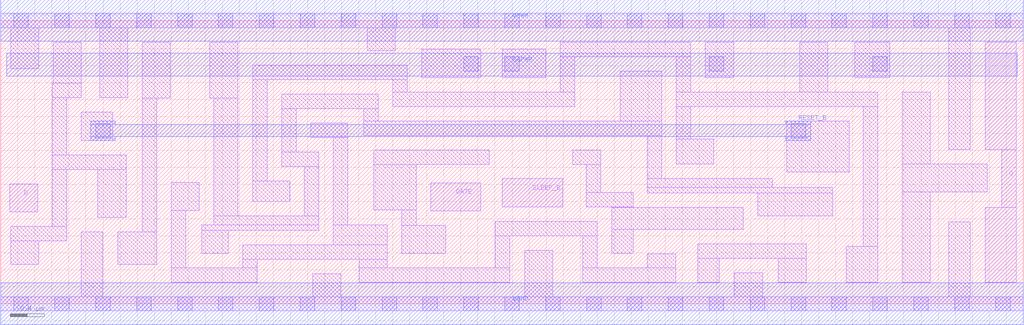
<source format=lef>
# Copyright 2020 The SkyWater PDK Authors
#
# Licensed under the Apache License, Version 2.0 (the "License");
# you may not use this file except in compliance with the License.
# You may obtain a copy of the License at
#
#     https://www.apache.org/licenses/LICENSE-2.0
#
# Unless required by applicable law or agreed to in writing, software
# distributed under the License is distributed on an "AS IS" BASIS,
# WITHOUT WARRANTIES OR CONDITIONS OF ANY KIND, either express or implied.
# See the License for the specific language governing permissions and
# limitations under the License.
#
# SPDX-License-Identifier: Apache-2.0

VERSION 5.7 ;
  NAMESCASESENSITIVE ON ;
  NOWIREEXTENSIONATPIN ON ;
  DIVIDERCHAR "/" ;
  BUSBITCHARS "[]" ;
UNITS
  DATABASE MICRONS 200 ;
END UNITS
MACRO sky130_fd_sc_lp__srdlrtp_1
  CLASS CORE ;
  SOURCE USER ;
  FOREIGN sky130_fd_sc_lp__srdlrtp_1 ;
  ORIGIN  0.000000  0.000000 ;
  SIZE  12.00000 BY  3.330000 ;
  SYMMETRY X Y R90 ;
  SITE unit ;
  PIN D
    ANTENNAGATEAREA  0.159000 ;
    DIRECTION INPUT ;
    USE SIGNAL ;
    PORT
      LAYER li1 ;
        RECT 0.105000 1.080000 0.435000 1.410000 ;
    END
  END D
  PIN Q
    ANTENNADIFFAREA  0.598500 ;
    DIRECTION OUTPUT ;
    USE SIGNAL ;
    PORT
      LAYER li1 ;
        RECT 11.555000 0.255000 11.915000 1.135000 ;
        RECT 11.555000 1.815000 11.915000 3.075000 ;
        RECT 11.745000 1.135000 11.915000 1.815000 ;
    END
  END Q
  PIN RESET_B
    ANTENNAGATEAREA  0.472000 ;
    DIRECTION INPUT ;
    USE SIGNAL ;
    PORT
      LAYER met1 ;
        RECT 1.055000 1.920000 1.345000 1.965000 ;
        RECT 1.055000 1.965000 9.505000 2.105000 ;
        RECT 1.055000 2.105000 1.345000 2.150000 ;
        RECT 9.215000 1.920000 9.505000 1.965000 ;
        RECT 9.215000 2.105000 9.505000 2.150000 ;
    END
  END RESET_B
  PIN SLEEP_B
    ANTENNAGATEAREA  0.598000 ;
    DIRECTION INPUT ;
    USE SIGNAL ;
    PORT
      LAYER li1 ;
        RECT 5.885000 1.140000 6.595000 1.470000 ;
    END
  END SLEEP_B
  PIN GATE
    ANTENNAGATEAREA  0.159000 ;
    DIRECTION INPUT ;
    USE CLOCK ;
    PORT
      LAYER li1 ;
        RECT 5.045000 1.090000 5.635000 1.420000 ;
    END
  END GATE
  PIN KAPWR
    DIRECTION INOUT ;
    USE POWER ;
    PORT
      LAYER met1 ;
        RECT 0.070000 2.675000 11.930000 2.945000 ;
    END
  END KAPWR
  PIN VGND
    DIRECTION INOUT ;
    USE GROUND ;
    PORT
      LAYER met1 ;
        RECT 0.000000 -0.245000 12.000000 0.245000 ;
    END
  END VGND
  PIN VPWR
    DIRECTION INOUT ;
    USE POWER ;
    PORT
      LAYER met1 ;
        RECT 0.000000 3.085000 12.000000 3.575000 ;
    END
  END VPWR
  OBS
    LAYER li1 ;
      RECT  0.000000 -0.085000 12.000000 0.085000 ;
      RECT  0.000000  3.245000 12.000000 3.415000 ;
      RECT  0.115000  0.465000  0.445000 0.740000 ;
      RECT  0.115000  0.740000  0.775000 0.910000 ;
      RECT  0.115000  2.765000  0.445000 3.245000 ;
      RECT  0.605000  0.910000  0.775000 1.580000 ;
      RECT  0.605000  1.580000  1.470000 1.750000 ;
      RECT  0.605000  1.750000  0.775000 2.425000 ;
      RECT  0.605000  2.425000  0.945000 2.595000 ;
      RECT  0.615000  2.595000  0.945000 3.075000 ;
      RECT  0.945000  0.085000  1.195000 0.845000 ;
      RECT  0.945000  1.920000  1.315000 2.255000 ;
      RECT  1.140000  1.015000  1.470000 1.580000 ;
      RECT  1.160000  2.425000  1.490000 3.245000 ;
      RECT  1.375000  0.465000  1.830000 0.845000 ;
      RECT  1.660000  0.845000  1.830000 2.415000 ;
      RECT  1.660000  2.415000  1.990000 3.075000 ;
      RECT  2.000000  0.255000  3.010000 0.425000 ;
      RECT  2.000000  0.425000  2.170000 1.095000 ;
      RECT  2.000000  1.095000  2.330000 1.425000 ;
      RECT  2.360000  0.595000  2.670000 0.865000 ;
      RECT  2.360000  0.865000  3.730000 0.925000 ;
      RECT  2.450000  2.415000  2.780000 3.075000 ;
      RECT  2.500000  0.925000  3.730000 1.035000 ;
      RECT  2.500000  1.035000  2.780000 2.415000 ;
      RECT  2.840000  0.425000  3.010000 0.525000 ;
      RECT  2.840000  0.525000  4.535000 0.695000 ;
      RECT  2.960000  1.205000  3.390000 1.445000 ;
      RECT  2.960000  1.445000  3.130000 2.635000 ;
      RECT  2.960000  2.635000  4.770000 2.805000 ;
      RECT  3.300000  1.615000  3.730000 1.785000 ;
      RECT  3.300000  1.785000  3.470000 2.295000 ;
      RECT  3.300000  2.295000  4.430000 2.465000 ;
      RECT  3.560000  1.035000  3.730000 1.615000 ;
      RECT  3.640000  1.955000  4.070000 2.125000 ;
      RECT  3.660000  0.085000  3.990000 0.355000 ;
      RECT  3.900000  0.695000  4.535000 0.925000 ;
      RECT  3.900000  0.925000  4.070000 1.955000 ;
      RECT  4.205000  0.255000  5.975000 0.425000 ;
      RECT  4.205000  0.425000  4.535000 0.525000 ;
      RECT  4.260000  1.980000  7.760000 2.150000 ;
      RECT  4.260000  2.150000  4.430000 2.295000 ;
      RECT  4.300000  2.975000  4.630000 3.245000 ;
      RECT  4.375000  1.105000  4.875000 1.640000 ;
      RECT  4.375000  1.640000  5.735000 1.810000 ;
      RECT  4.600000  2.320000  6.735000 2.490000 ;
      RECT  4.600000  2.490000  4.770000 2.635000 ;
      RECT  4.705000  0.595000  5.220000 0.920000 ;
      RECT  4.705000  0.920000  4.875000 1.105000 ;
      RECT  4.940000  2.660000  5.635000 2.990000 ;
      RECT  5.805000  0.425000  5.975000 0.800000 ;
      RECT  5.805000  0.800000  7.000000 0.970000 ;
      RECT  5.885000  2.660000  6.395000 2.990000 ;
      RECT  6.150000  0.085000  6.480000 0.630000 ;
      RECT  6.565000  2.490000  6.735000 2.905000 ;
      RECT  6.565000  2.905000  8.100000 3.075000 ;
      RECT  6.710000  1.640000  7.040000 1.810000 ;
      RECT  6.830000  0.255000  7.920000 0.425000 ;
      RECT  6.830000  0.425000  7.000000 0.800000 ;
      RECT  6.870000  1.140000  7.420000 1.310000 ;
      RECT  6.870000  1.310000  7.040000 1.640000 ;
      RECT  7.170000  0.595000  7.420000 0.875000 ;
      RECT  7.170000  0.875000  8.715000 1.135000 ;
      RECT  7.170000  1.135000  7.420000 1.140000 ;
      RECT  7.270000  2.150000  7.760000 2.735000 ;
      RECT  7.590000  0.425000  7.920000 0.585000 ;
      RECT  7.590000  1.305000  9.765000 1.365000 ;
      RECT  7.590000  1.365000  9.055000 1.475000 ;
      RECT  7.590000  1.475000  7.760000 1.980000 ;
      RECT  7.930000  1.645000  8.365000 1.935000 ;
      RECT  7.930000  1.935000  8.100000 2.320000 ;
      RECT  7.930000  2.320000 10.295000 2.490000 ;
      RECT  7.930000  2.490000  8.100000 2.905000 ;
      RECT  8.180000  0.255000  8.430000 0.535000 ;
      RECT  8.180000  0.535000  9.455000 0.705000 ;
      RECT  8.270000  2.660000  8.600000 3.075000 ;
      RECT  8.610000  0.085000  8.940000 0.365000 ;
      RECT  8.885000  1.035000  9.765000 1.305000 ;
      RECT  9.125000  0.255000  9.455000 0.535000 ;
      RECT  9.225000  1.550000  9.955000 2.150000 ;
      RECT  9.375000  2.490000  9.705000 3.075000 ;
      RECT  9.920000  0.255000 10.295000 0.675000 ;
      RECT 10.020000  2.660000 10.435000 3.075000 ;
      RECT 10.125000  0.675000 10.295000 2.320000 ;
      RECT 10.580000  0.255000 10.910000 1.315000 ;
      RECT 10.580000  1.315000 11.575000 1.645000 ;
      RECT 10.580000  1.645000 10.910000 2.490000 ;
      RECT 11.125000  0.085000 11.375000 0.965000 ;
      RECT 11.125000  1.815000 11.375000 3.245000 ;
    LAYER mcon ;
      RECT  0.155000 -0.085000  0.325000 0.085000 ;
      RECT  0.155000  3.245000  0.325000 3.415000 ;
      RECT  0.635000 -0.085000  0.805000 0.085000 ;
      RECT  0.635000  3.245000  0.805000 3.415000 ;
      RECT  1.115000 -0.085000  1.285000 0.085000 ;
      RECT  1.115000  1.950000  1.285000 2.120000 ;
      RECT  1.115000  3.245000  1.285000 3.415000 ;
      RECT  1.595000 -0.085000  1.765000 0.085000 ;
      RECT  1.595000  3.245000  1.765000 3.415000 ;
      RECT  2.075000 -0.085000  2.245000 0.085000 ;
      RECT  2.075000  3.245000  2.245000 3.415000 ;
      RECT  2.555000 -0.085000  2.725000 0.085000 ;
      RECT  2.555000  3.245000  2.725000 3.415000 ;
      RECT  3.035000 -0.085000  3.205000 0.085000 ;
      RECT  3.035000  3.245000  3.205000 3.415000 ;
      RECT  3.515000 -0.085000  3.685000 0.085000 ;
      RECT  3.515000  3.245000  3.685000 3.415000 ;
      RECT  3.995000 -0.085000  4.165000 0.085000 ;
      RECT  3.995000  3.245000  4.165000 3.415000 ;
      RECT  4.475000 -0.085000  4.645000 0.085000 ;
      RECT  4.475000  3.245000  4.645000 3.415000 ;
      RECT  4.955000 -0.085000  5.125000 0.085000 ;
      RECT  4.955000  3.245000  5.125000 3.415000 ;
      RECT  5.435000 -0.085000  5.605000 0.085000 ;
      RECT  5.435000  2.735000  5.605000 2.905000 ;
      RECT  5.435000  3.245000  5.605000 3.415000 ;
      RECT  5.915000 -0.085000  6.085000 0.085000 ;
      RECT  5.915000  2.735000  6.085000 2.905000 ;
      RECT  5.915000  3.245000  6.085000 3.415000 ;
      RECT  6.395000 -0.085000  6.565000 0.085000 ;
      RECT  6.395000  3.245000  6.565000 3.415000 ;
      RECT  6.875000 -0.085000  7.045000 0.085000 ;
      RECT  6.875000  3.245000  7.045000 3.415000 ;
      RECT  7.355000 -0.085000  7.525000 0.085000 ;
      RECT  7.355000  3.245000  7.525000 3.415000 ;
      RECT  7.835000 -0.085000  8.005000 0.085000 ;
      RECT  7.835000  3.245000  8.005000 3.415000 ;
      RECT  8.315000 -0.085000  8.485000 0.085000 ;
      RECT  8.315000  2.735000  8.485000 2.905000 ;
      RECT  8.315000  3.245000  8.485000 3.415000 ;
      RECT  8.795000 -0.085000  8.965000 0.085000 ;
      RECT  8.795000  3.245000  8.965000 3.415000 ;
      RECT  9.275000 -0.085000  9.445000 0.085000 ;
      RECT  9.275000  1.950000  9.445000 2.120000 ;
      RECT  9.275000  3.245000  9.445000 3.415000 ;
      RECT  9.755000 -0.085000  9.925000 0.085000 ;
      RECT  9.755000  3.245000  9.925000 3.415000 ;
      RECT 10.235000 -0.085000 10.405000 0.085000 ;
      RECT 10.235000  2.735000 10.405000 2.905000 ;
      RECT 10.235000  3.245000 10.405000 3.415000 ;
      RECT 10.715000 -0.085000 10.885000 0.085000 ;
      RECT 10.715000  3.245000 10.885000 3.415000 ;
      RECT 11.195000 -0.085000 11.365000 0.085000 ;
      RECT 11.195000  3.245000 11.365000 3.415000 ;
      RECT 11.675000 -0.085000 11.845000 0.085000 ;
      RECT 11.675000  3.245000 11.845000 3.415000 ;
  END
END sky130_fd_sc_lp__srdlrtp_1
END LIBRARY

</source>
